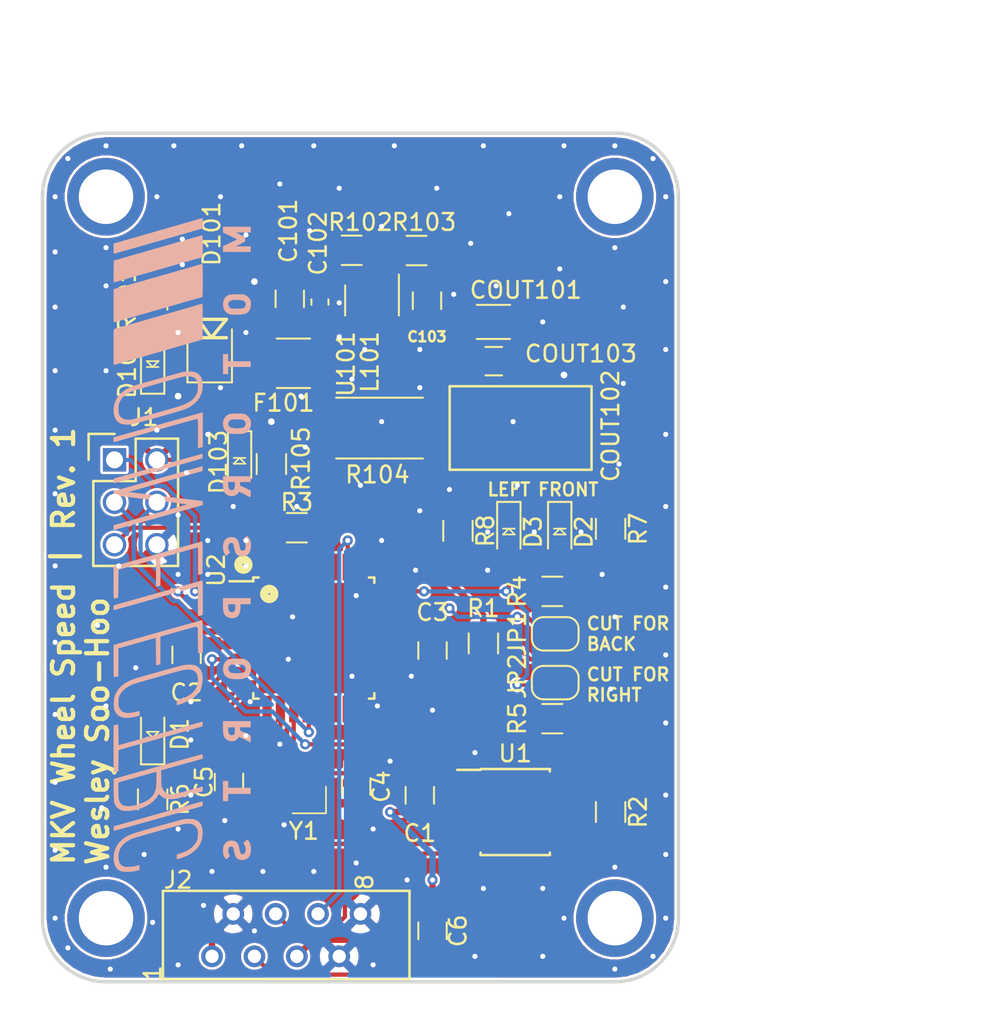
<source format=kicad_pcb>
(kicad_pcb (version 20171130) (host pcbnew "(5.0.2)-1")
  (layers (0 F.Cu signal) (31 B.Cu signal) (34 B.Paste user) (35 F.Paste user) (36 B.SilkS user hide) (37 F.SilkS user) (38 B.Mask user) (39 F.Mask user) (44 Edge.Cuts user))
  (net 0 "")
  (net 1 GND)
  (net 2 /12V)
  (net 3 VCC)
  (net 4 "Net-(C101-Pad1)")
  (net 5 "Net-(C103-Pad2)")
  (net 6 "Net-(C103-Pad1)")
  (net 7 "Net-(COUT101-Pad1)")
  (net 8 "Net-(D102-Pad2)")
  (net 9 "Net-(D103-Pad2)")
  (net 10 "Net-(R102-Pad1)")
  (net 11 /FRONT_SENSE)
  (net 12 /LEFT_SENSE)
  (net 13 "Net-(C3-Pad1)")
  (net 14 "Net-(C4-Pad1)")
  (net 15 "Net-(C5-Pad1)")
  (net 16 /MISO)
  (net 17 /SCK)
  (net 18 /MOSI)
  (net 19 /RESET)
  (net 20 /SENSE_IN)
  (net 21 /CAN_LO)
  (net 22 /CAN_HI)
  (net 23 /CAN_TX)
  (net 24 /CAN_RX)
  (net 25 "Net-(U1-Pad5)")
  (net 26 "Net-(U2-Pad3)")
  (net 27 "Net-(U2-Pad9)")
  (net 28 "Net-(U2-Pad13)")
  (net 29 "Net-(U2-Pad14)")
  (net 30 "Net-(U2-Pad15)")
  (net 31 "Net-(U2-Pad16)")
  (net 32 "Net-(U2-Pad17)")
  (net 33 "Net-(U2-Pad18)")
  (net 34 "Net-(U2-Pad21)")
  (net 35 "Net-(U2-Pad22)")
  (net 36 "Net-(U2-Pad25)")
  (net 37 "Net-(U2-Pad27)")
  (net 38 "Net-(U2-Pad28)")
  (net 39 "Net-(U2-Pad29)")
  (net 40 "Net-(U2-Pad30)")
  (net 41 "Net-(U2-Pad32)")
  (net 42 /DEBUG)
  (net 43 "Net-(D1-Pad1)")
  (net 44 "Net-(D2-Pad1)")
  (net 45 "Net-(D3-Pad1)")
  (module footprints:Mounting_Hole_4-40 (layer F.Cu) (at 135.89 123.19)
    (fp_text reference REF** hide)
    (fp_text value Mounting_Hole_4-40 hide)
    (pad 1 thru_hole circle (at 0 0) (size 4.6482 4.6482) (drill 3.2639) (layers *.Cu *.Mask))
  )
  (module footprints:Mounting_Hole_4-40 (layer F.Cu) (at 105.41 123.19)
    (fp_text reference REF** hide)
    (fp_text value Mounting_Hole_4-40 hide)
    (pad 1 thru_hole circle (at 0 0) (size 4.6482 4.6482) (drill 3.2639) (layers *.Cu *.Mask))
  )
  (module footprints:Mounting_Hole_4-40 (layer F.Cu) (at 105.41 80.01)
    (fp_text reference REF** hide)
    (fp_text value Mounting_Hole_4-40 hide)
    (pad 1 thru_hole circle (at 0 0) (size 4.6482 4.6482) (drill 3.2639) (layers *.Cu *.Mask))
  )
  (module footprints:Mounting_Hole_4-40 (layer F.Cu) (at 135.89 80.01)
    (fp_text reference REF** hide)
    (fp_text value Mounting_Hole_4-40 hide)
    (pad 1 thru_hole circle (at 0 0) (size 4.6482 4.6482) (drill 3.2639) (layers *.Cu *.Mask))
  )
  (module footprints:Logo_Large (layer B.Cu) (at 109.982 100.838 270)
    (fp_text reference G*** hide)
    (fp_text value LOGO hide)
  )
  (module footprints:Fuse_1812 (layer F.Cu) (at 127.4953 93.853)
    (fp_text reference COUT102 (at 8.1407 -0.127 90) (layer F.SilkS))
    (fp_text value C_33uF hide)
    (pad 1 smd rect (at 0 0) (size 1.78 3.5) (layers F.Cu F.Paste F.Mask) (net 7 "Net-(COUT101-Pad1)"))
    (pad 2 smd rect (at 5.28 0) (size 1.78 3.5) (layers F.Cu F.Paste F.Mask) (net 1 GND))
  )
  (module footprints:C_0805_OEM (layer F.Cu) (at 124.6378 86.233 270)
    (fp_text reference C103 (at 2.159 0.0032) (layer F.SilkS) (effects (font (size 0.6 0.6))))
    (fp_text value C_0.1uF hide)
    (pad 2 smd rect (at 1 0 270) (size 1 1.25) (layers F.Cu F.Paste F.Mask) (net 5 "Net-(C103-Pad2)"))
    (pad 1 smd rect (at -1 0 270) (size 1 1.25) (layers F.Cu F.Paste F.Mask) (net 6 "Net-(C103-Pad1)"))
  )
  (module footprints:Fuse_1210 (layer F.Cu) (at 116.6368 89.9795 180)
    (fp_text reference F101 (at 0.5958 -2.3725 180) (layer F.SilkS))
    (fp_text value F_500mA_16V hide)
    (pad 2 smd rect (at 1.45 0 180) (size 0.9 2.5) (layers F.Cu F.Paste F.Mask) (net 2 /12V))
    (pad 1 smd rect (at -1.45 0 180) (size 0.9 2.5) (layers F.Cu F.Paste F.Mask) (net 4 "Net-(C101-Pad1)"))
  )
  (module footprints:L_100uH (layer F.Cu) (at 124.1427 89.91854)
    (fp_text reference L101 (at -2.9267 -0.01654 270) (layer F.SilkS))
    (fp_text value L_100uH hide)
    (pad 1 smd rect (at -1.6 0) (size 1.2 2) (layers F.Cu F.Paste F.Mask) (net 5 "Net-(C103-Pad2)"))
    (pad 2 smd rect (at 1.6 0) (size 1.2 2) (layers F.Cu F.Paste F.Mask) (net 7 "Net-(COUT101-Pad1)"))
  )
  (module footprints:R_0805_OEM (layer F.Cu) (at 124.01042 83.23072 180)
    (fp_text reference R103 (at -0.44958 1.69672) (layer F.SilkS))
    (fp_text value R_100K hide)
    (pad 1 smd rect (at -0.95 0 180) (size 0.7 1.3) (layers F.Cu F.Paste F.Mask) (net 7 "Net-(COUT101-Pad1)"))
    (pad 2 smd rect (at 0.95 0 180) (size 0.7 1.3) (layers F.Cu F.Paste F.Mask) (net 10 "Net-(R102-Pad1)"))
  )
  (module footprints:R_0805_OEM (layer F.Cu) (at 120.12422 83.21548 180)
    (fp_text reference R102 (at -0.52578 1.68148) (layer F.SilkS))
    (fp_text value R_25K hide)
    (pad 2 smd rect (at 0.95 0 180) (size 0.7 1.3) (layers F.Cu F.Paste F.Mask) (net 1 GND))
    (pad 1 smd rect (at -0.95 0 180) (size 0.7 1.3) (layers F.Cu F.Paste F.Mask) (net 10 "Net-(R102-Pad1)"))
  )
  (module footprints:R_0805_OEM (layer F.Cu) (at 115.316 96.012 270)
    (fp_text reference R105 (at -0.32 -1.778 90) (layer F.SilkS))
    (fp_text value R_200 hide)
    (pad 1 smd rect (at -0.95 0 270) (size 0.7 1.3) (layers F.Cu F.Paste F.Mask) (net 3 VCC))
    (pad 2 smd rect (at 0.95 0 270) (size 0.7 1.3) (layers F.Cu F.Paste F.Mask) (net 9 "Net-(D103-Pad2)"))
  )
  (module footprints:R_2512_OEM (layer F.Cu) (at 121.7942 93.85808 180)
    (fp_text reference R104 (at 0.1282 -2.78892 180) (layer F.SilkS))
    (fp_text value R_0_2512 hide)
    (pad 1 smd rect (at -3.1 0 180) (size 1 3.2) (layers F.Cu F.Paste F.Mask) (net 7 "Net-(COUT101-Pad1)"))
    (pad 2 smd rect (at 3.1 0 180) (size 1 3.2) (layers F.Cu F.Paste F.Mask) (net 3 VCC))
  )
  (module footprints:SOT-23-6_OEM (layer F.Cu) (at 121.3436 86.2178 270)
    (fp_text reference U101 (at 3.8092 1.5526 270) (layer F.SilkS))
    (fp_text value TPS560430YF hide)
    (pad 1 smd rect (at -1.1 -0.95 270) (size 1.06 0.65) (layers F.Cu F.Paste F.Mask) (net 6 "Net-(C103-Pad1)"))
    (pad 2 smd rect (at -1.1 0 270) (size 1.06 0.65) (layers F.Cu F.Paste F.Mask) (net 1 GND))
    (pad 3 smd rect (at -1.1 0.95 270) (size 1.06 0.65) (layers F.Cu F.Paste F.Mask) (net 10 "Net-(R102-Pad1)"))
    (pad 4 smd rect (at 1.1 0.95 270) (size 1.06 0.65) (layers F.Cu F.Paste F.Mask) (net 4 "Net-(C101-Pad1)"))
    (pad 6 smd rect (at 1.1 -0.95 270) (size 1.06 0.65) (layers F.Cu F.Paste F.Mask) (net 5 "Net-(C103-Pad2)"))
    (pad 5 smd rect (at 1.1 0 270) (size 1.06 0.65) (layers F.Cu F.Paste F.Mask) (net 4 "Net-(C101-Pad1)"))
  )
  (module footprints:C_1206_OEM (layer F.Cu) (at 128.6143 87.503)
    (fp_text reference COUT101 (at 1.9417 -1.905) (layer F.SilkS))
    (fp_text value C_22uF hide)
    (pad 1 smd rect (at -1.5 0) (size 1 1.6) (layers F.Cu F.Paste F.Mask) (net 7 "Net-(COUT101-Pad1)"))
    (pad 2 smd rect (at 1.5 0) (size 1 1.6) (layers F.Cu F.Paste F.Mask) (net 1 GND))
  )
  (module footprints:C_0805_OEM (layer F.Cu) (at 128.6383 89.8525)
    (fp_text reference COUT103 (at 5.2197 -0.4445) (layer F.SilkS))
    (fp_text value C_47uF hide)
    (pad 1 smd rect (at -1 0) (size 1 1.25) (layers F.Cu F.Paste F.Mask) (net 7 "Net-(COUT101-Pad1)"))
    (pad 2 smd rect (at 1 0) (size 1 1.25) (layers F.Cu F.Paste F.Mask) (net 1 GND))
  )
  (module footprints:DO-214AA (layer F.Cu) (at 111.6203 87.9475 90)
    (fp_text reference D101 (at 5.7205 0.1207 270) (layer F.SilkS))
    (fp_text value D_Zener_18V hide)
    (pad 2 smd rect (at 2.032 0 270) (size 1.778 2.159) (layers F.Cu F.Paste F.Mask) (net 1 GND))
    (pad 1 smd rect (at -2.032 0 270) (size 1.778 2.159) (layers F.Cu F.Paste F.Mask) (net 2 /12V))
  )
  (module footprints:LED_0805_OEM (layer F.Cu) (at 113.411 95.842 270)
    (fp_text reference D103 (at 0.05 1.27 90) (layer F.SilkS))
    (fp_text value LED_0805 hide)
    (pad 2 smd rect (at 1.1 0 90) (size 1.2 1.2) (layers F.Cu F.Paste F.Mask) (net 9 "Net-(D103-Pad2)"))
    (pad 1 smd rect (at -1.1 0 90) (size 1.2 1.2) (layers F.Cu F.Paste F.Mask) (net 1 GND))
  )
  (module footprints:LED_0805_OEM (layer F.Cu) (at 108.204 90 90)
    (fp_text reference D102 (at -0.17 -1.524 90) (layer F.SilkS))
    (fp_text value LED_0805 hide)
    (pad 2 smd rect (at 1.1 0 270) (size 1.2 1.2) (layers F.Cu F.Paste F.Mask) (net 8 "Net-(D102-Pad2)"))
    (pad 1 smd rect (at -1.1 0 270) (size 1.2 1.2) (layers F.Cu F.Paste F.Mask) (net 1 GND))
  )
  (module footprints:R_0805_OEM (layer F.Cu) (at 108.204 86.172 270)
    (fp_text reference R101 (at 0 1.524 90) (layer F.SilkS))
    (fp_text value R_200 hide)
    (pad 1 smd rect (at -0.95 0 270) (size 0.7 1.3) (layers F.Cu F.Paste F.Mask) (net 4 "Net-(C101-Pad1)"))
    (pad 2 smd rect (at 0.95 0 270) (size 0.7 1.3) (layers F.Cu F.Paste F.Mask) (net 8 "Net-(D102-Pad2)"))
  )
  (module footprints:C_0805_OEM (layer F.Cu) (at 116.41836 86.122 90)
    (fp_text reference C101 (at 4.064 -0.08636 90) (layer F.SilkS))
    (fp_text value C_0.1uF hide)
    (pad 2 smd rect (at 1 0 90) (size 1 1.25) (layers F.Cu F.Paste F.Mask) (net 1 GND))
    (pad 1 smd rect (at -1 0 90) (size 1 1.25) (layers F.Cu F.Paste F.Mask) (net 4 "Net-(C101-Pad1)"))
  )
  (module footprints:C_0603_1608Metric (layer F.Cu) (at 118.2243 86.3125 90)
    (fp_text reference C102 (at 3.5085 -0.1143 90) (layer F.SilkS))
    (fp_text value C_2.2uF)
    (pad 1 smd roundrect (at -0.7875 0 90) (size 0.875 0.95) (layers F.Cu F.Paste F.Mask) (net 4 "Net-(C101-Pad1)"))
    (pad 2 smd roundrect (at 0.7875 0 90) (size 0.875 0.95) (layers F.Cu F.Paste F.Mask) (net 1 GND))
  )
  (module footprints:C_0805_OEM (layer F.Cu) (at 124.206 115.84 90)
    (fp_text reference C1 (at -2.27 0 180) (layer F.SilkS))
    (fp_text value C_0.1uF hide)
    (pad 1 smd rect (at -1 0 90) (size 1 1.25) (layers F.Cu F.Paste F.Mask) (net 3 VCC))
    (pad 2 smd rect (at 1 0 90) (size 1 1.25) (layers F.Cu F.Paste F.Mask) (net 1 GND))
  )
  (module footprints:C_0805_OEM (layer F.Cu) (at 110.236 107.426 270)
    (fp_text reference C2 (at 2.27 0) (layer F.SilkS))
    (fp_text value C_0.1uF hide)
    (pad 2 smd rect (at 1 0 270) (size 1 1.25) (layers F.Cu F.Paste F.Mask) (net 1 GND))
    (pad 1 smd rect (at -1 0 270) (size 1 1.25) (layers F.Cu F.Paste F.Mask) (net 3 VCC))
  )
  (module footprints:C_0805_OEM (layer F.Cu) (at 124.968 107.172 90)
    (fp_text reference C3 (at 2.286 0 180) (layer F.SilkS))
    (fp_text value C_100pF hide)
    (pad 1 smd rect (at -1 0 90) (size 1 1.25) (layers F.Cu F.Paste F.Mask) (net 13 "Net-(C3-Pad1)"))
    (pad 2 smd rect (at 1 0 90) (size 1 1.25) (layers F.Cu F.Paste F.Mask) (net 1 GND))
  )
  (module footprints:C_0805_OEM (layer F.Cu) (at 120.396 115.316 270)
    (fp_text reference C4 (at 0 -1.5 270) (layer F.SilkS))
    (fp_text value C_30pF hide)
    (pad 1 smd rect (at -1 0 270) (size 1 1.25) (layers F.Cu F.Paste F.Mask) (net 14 "Net-(C4-Pad1)"))
    (pad 2 smd rect (at 1 0 270) (size 1 1.25) (layers F.Cu F.Paste F.Mask) (net 1 GND))
  )
  (module footprints:C_0805_OEM (layer F.Cu) (at 112.776 115.046 90)
    (fp_text reference C5 (at 0 -1.5 90) (layer F.SilkS))
    (fp_text value C_30pF hide)
    (pad 2 smd rect (at 1 0 90) (size 1 1.25) (layers F.Cu F.Paste F.Mask) (net 1 GND))
    (pad 1 smd rect (at -1 0 90) (size 1 1.25) (layers F.Cu F.Paste F.Mask) (net 15 "Net-(C5-Pad1)"))
  )
  (module footprints:Pin_Header_Straight_2x03 (layer F.Cu) (at 105.918 95.758)
    (fp_text reference J1 (at 1.778 -2.54) (layer F.SilkS))
    (fp_text value CONN_02X03 hide)
    (pad 1 thru_hole rect (at 0 0) (size 1.4 1.4) (drill 1.016) (layers *.Cu *.Mask) (net 16 /MISO))
    (pad 2 thru_hole circle (at 2.54 0) (size 1.4 1.4) (drill 1.016) (layers *.Cu *.Mask) (net 3 VCC))
    (pad 3 thru_hole circle (at 0 2.54) (size 1.4 1.4) (drill 1.016) (layers *.Cu *.Mask) (net 17 /SCK))
    (pad 4 thru_hole circle (at 2.54 2.54) (size 1.4 1.4) (drill 1.016) (layers *.Cu *.Mask) (net 18 /MOSI))
    (pad 5 thru_hole circle (at 0 5.08) (size 1.4 1.4) (drill 1.016) (layers *.Cu *.Mask) (net 19 /RESET))
    (pad 6 thru_hole circle (at 2.54 5.08) (size 1.4 1.4) (drill 1.016) (layers *.Cu *.Mask) (net 1 GND))
  )
  (module footprints:micromatch_female_ra_8 (layer F.Cu) (at 116.84 125.476 90)
    (fp_text reference J2 (at 4.572 -7.112) (layer F.SilkS))
    (fp_text value MM_F_RA_08 hide)
    (fp_text user 8 (at 4.445 4.064 270) (layer F.SilkS))
    (fp_text user 1 (at -1.016 -8.636 270) (layer F.SilkS))
    (pad 5 thru_hole circle (at 0 0 90) (size 1.3 1.3) (drill 0.8) (layers *.Cu *.Mask) (net 3 VCC))
    (pad 3 thru_hole circle (at 0 -2.54 90) (size 1.3 1.3) (drill 0.8) (layers *.Cu *.Mask) (net 22 /CAN_HI))
    (pad 1 thru_hole circle (at 0 -5.08 90) (size 1.3 1.3) (drill 0.8) (layers *.Cu *.Mask) (net 2 /12V))
    (pad 7 thru_hole circle (at 0 2.54 90) (size 1.3 1.3) (drill 0.8) (layers *.Cu *.Mask) (net 1 GND))
    (pad 2 thru_hole circle (at 2.54 -3.81 90) (size 1.3 1.3) (drill 0.8) (layers *.Cu *.Mask) (net 1 GND))
    (pad 4 thru_hole circle (at 2.54 -1.27 90) (size 1.3 1.3) (drill 0.8) (layers *.Cu *.Mask) (net 21 /CAN_LO))
    (pad 6 thru_hole circle (at 2.54 1.27 90) (size 1.3 1.3) (drill 0.8) (layers *.Cu *.Mask) (net 20 /SENSE_IN))
    (pad 8 thru_hole circle (at 2.54 3.81 90) (size 1.3 1.3) (drill 0.8) (layers *.Cu *.Mask) (net 1 GND))
  )
  (module Jumper:SolderJumper-2_P1.3mm_Bridged_RoundedPad1.0x1.5mm (layer F.Cu) (at 132.319 106.172)
    (fp_text reference JP1 (at -2.271 0 90) (layer F.SilkS))
    (fp_text value FRONT_BACK)
    (pad 1 smd custom (at -0.65 0) (size 1 0.5) (layers F.Cu F.Mask) (net 11 /FRONT_SENSE) (options (clearance outline) (anchor rect)) (primitives (gr_circle (center 0 0.25) (end 0.5 0.25) (width 0)) (gr_circle (center 0 -0.25) (end 0.5 -0.25) (width 0)) (gr_poly (pts (xy 0 -0.75) (xy 0.5 -0.75) (xy 0.5 0.75) (xy 0 0.75)) (width 0)) (gr_poly (pts (xy 0.9 -0.3) (xy 0.4 -0.3) (xy 0.4 0.3) (xy 0.9 0.3)) (width 0))))
    (pad 2 smd custom (at 0.65 0) (size 1 0.5) (layers F.Cu F.Mask) (net 3 VCC) (options (clearance outline) (anchor rect)) (primitives (gr_circle (center 0 0.25) (end 0.5 0.25) (width 0)) (gr_circle (center 0 -0.25) (end 0.5 -0.25) (width 0)) (gr_poly (pts (xy 0 -0.75) (xy -0.5 -0.75) (xy -0.5 0.75) (xy 0 0.75)) (width 0))))
  )
  (module Jumper:SolderJumper-2_P1.3mm_Bridged_RoundedPad1.0x1.5mm (layer F.Cu) (at 132.319 109.093)
    (fp_text reference JP2 (at -2.271 -0.381 90) (layer F.SilkS))
    (fp_text value LEFT_RIGHT)
    (pad 2 smd custom (at 0.65 0) (size 1 0.5) (layers F.Cu F.Mask) (net 3 VCC) (options (clearance outline) (anchor rect)) (primitives (gr_circle (center 0 0.25) (end 0.5 0.25) (width 0)) (gr_circle (center 0 -0.25) (end 0.5 -0.25) (width 0)) (gr_poly (pts (xy 0 -0.75) (xy -0.5 -0.75) (xy -0.5 0.75) (xy 0 0.75)) (width 0))))
    (pad 1 smd custom (at -0.65 0) (size 1 0.5) (layers F.Cu F.Mask) (net 12 /LEFT_SENSE) (options (clearance outline) (anchor rect)) (primitives (gr_circle (center 0 0.25) (end 0.5 0.25) (width 0)) (gr_circle (center 0 -0.25) (end 0.5 -0.25) (width 0)) (gr_poly (pts (xy 0 -0.75) (xy 0.5 -0.75) (xy 0.5 0.75) (xy 0 0.75)) (width 0)) (gr_poly (pts (xy 0.9 -0.3) (xy 0.4 -0.3) (xy 0.4 0.3) (xy 0.9 0.3)) (width 0))))
  )
  (module footprints:R_0805_OEM (layer F.Cu) (at 128.016 106.746 270)
    (fp_text reference R1 (at -2.098 0) (layer F.SilkS))
    (fp_text value R_100 hide)
    (pad 2 smd rect (at 0.95 0 270) (size 0.7 1.3) (layers F.Cu F.Paste F.Mask) (net 13 "Net-(C3-Pad1)"))
    (pad 1 smd rect (at -0.95 0 270) (size 0.7 1.3) (layers F.Cu F.Paste F.Mask) (net 3 VCC))
  )
  (module footprints:R_0805_OEM (layer F.Cu) (at 135.636 116.84 270)
    (fp_text reference R2 (at 0 -1.65 270) (layer F.SilkS))
    (fp_text value R_200 hide)
    (pad 2 smd rect (at 0.95 0 270) (size 0.7 1.3) (layers F.Cu F.Paste F.Mask) (net 21 /CAN_LO))
    (pad 1 smd rect (at -0.95 0 270) (size 0.7 1.3) (layers F.Cu F.Paste F.Mask) (net 22 /CAN_HI))
  )
  (module footprints:R_0805_OEM (layer F.Cu) (at 116.84 99.822 180)
    (fp_text reference R3 (at 0 1.524 180) (layer F.SilkS))
    (fp_text value R_10K hide)
    (pad 1 smd rect (at -0.95 0 180) (size 0.7 1.3) (layers F.Cu F.Paste F.Mask) (net 3 VCC))
    (pad 2 smd rect (at 0.95 0 180) (size 0.7 1.3) (layers F.Cu F.Paste F.Mask) (net 19 /RESET))
  )
  (module footprints:R_0805_OEM (layer F.Cu) (at 132.146 103.632)
    (fp_text reference R4 (at -2.098 0 90) (layer F.SilkS))
    (fp_text value R_10K hide)
    (pad 1 smd rect (at -0.95 0) (size 0.7 1.3) (layers F.Cu F.Paste F.Mask) (net 11 /FRONT_SENSE))
    (pad 2 smd rect (at 0.95 0) (size 0.7 1.3) (layers F.Cu F.Paste F.Mask) (net 1 GND))
  )
  (module footprints:R_0805_OEM (layer F.Cu) (at 132.146 111.252)
    (fp_text reference R5 (at -2.098 0 90) (layer F.SilkS))
    (fp_text value R_10K hide)
    (pad 1 smd rect (at -0.95 0) (size 0.7 1.3) (layers F.Cu F.Paste F.Mask) (net 12 /LEFT_SENSE))
    (pad 2 smd rect (at 0.95 0) (size 0.7 1.3) (layers F.Cu F.Paste F.Mask) (net 1 GND))
  )
  (module footprints:SOIC-8_3.9x4.9mm_Pitch1.27mm_OEM (layer F.Cu) (at 129.921 116.84)
    (fp_text reference U1 (at 0 -3.5) (layer F.SilkS))
    (fp_text value MCP2561-E_SN hide)
    (pad 1 smd rect (at -2.7 -1.905) (size 1.55 0.6) (layers F.Cu F.Paste F.Mask) (net 23 /CAN_TX))
    (pad 2 smd rect (at -2.7 -0.635) (size 1.55 0.6) (layers F.Cu F.Paste F.Mask) (net 1 GND))
    (pad 3 smd rect (at -2.7 0.635) (size 1.55 0.6) (layers F.Cu F.Paste F.Mask) (net 3 VCC))
    (pad 4 smd rect (at -2.7 1.905) (size 1.55 0.6) (layers F.Cu F.Paste F.Mask) (net 24 /CAN_RX))
    (pad 5 smd rect (at 2.7 1.905) (size 1.55 0.6) (layers F.Cu F.Paste F.Mask) (net 25 "Net-(U1-Pad5)"))
    (pad 6 smd rect (at 2.7 0.635) (size 1.55 0.6) (layers F.Cu F.Paste F.Mask) (net 21 /CAN_LO))
    (pad 7 smd rect (at 2.7 -0.635) (size 1.55 0.6) (layers F.Cu F.Paste F.Mask) (net 22 /CAN_HI))
    (pad 8 smd rect (at 2.7 -1.905) (size 1.55 0.6) (layers F.Cu F.Paste F.Mask) (net 1 GND))
  )
  (module footprints:TQFP-32_7x7mm_Pitch0.8mm (layer F.Cu) (at 117.856 106.426)
    (fp_text reference U2 (at -5.842 -4.064 90) (layer F.SilkS))
    (fp_text value ATMEGA16M1 hide)
    (pad 1 smd rect (at -4.25 -2.8) (size 1.6 0.55) (layers F.Cu F.Paste F.Mask) (net 16 /MISO))
    (pad 2 smd rect (at -4.25 -2) (size 1.6 0.55) (layers F.Cu F.Paste F.Mask) (net 18 /MOSI))
    (pad 3 smd rect (at -4.25 -1.2) (size 1.6 0.55) (layers F.Cu F.Paste F.Mask) (net 26 "Net-(U2-Pad3)"))
    (pad 4 smd rect (at -4.25 -0.4) (size 1.6 0.55) (layers F.Cu F.Paste F.Mask) (net 3 VCC))
    (pad 5 smd rect (at -4.25 0.4) (size 1.6 0.55) (layers F.Cu F.Paste F.Mask) (net 1 GND))
    (pad 6 smd rect (at -4.25 1.2) (size 1.6 0.55) (layers F.Cu F.Paste F.Mask) (net 23 /CAN_TX))
    (pad 7 smd rect (at -4.25 2) (size 1.6 0.55) (layers F.Cu F.Paste F.Mask) (net 24 /CAN_RX))
    (pad 8 smd rect (at -4.25 2.8) (size 1.6 0.55) (layers F.Cu F.Paste F.Mask) (net 42 /DEBUG))
    (pad 9 smd rect (at -2.8 4.25 90) (size 1.6 0.55) (layers F.Cu F.Paste F.Mask) (net 27 "Net-(U2-Pad9)"))
    (pad 10 smd rect (at -2 4.25 90) (size 1.6 0.55) (layers F.Cu F.Paste F.Mask) (net 15 "Net-(C5-Pad1)"))
    (pad 11 smd rect (at -1.2 4.25 90) (size 1.6 0.55) (layers F.Cu F.Paste F.Mask) (net 14 "Net-(C4-Pad1)"))
    (pad 12 smd rect (at -0.4 4.25 90) (size 1.6 0.55) (layers F.Cu F.Paste F.Mask) (net 17 /SCK))
    (pad 13 smd rect (at 0.4 4.25 90) (size 1.6 0.55) (layers F.Cu F.Paste F.Mask) (net 28 "Net-(U2-Pad13)"))
    (pad 14 smd rect (at 1.2 4.25 90) (size 1.6 0.55) (layers F.Cu F.Paste F.Mask) (net 29 "Net-(U2-Pad14)"))
    (pad 15 smd rect (at 2 4.25 90) (size 1.6 0.55) (layers F.Cu F.Paste F.Mask) (net 30 "Net-(U2-Pad15)"))
    (pad 16 smd rect (at 2.8 4.25 90) (size 1.6 0.55) (layers F.Cu F.Paste F.Mask) (net 31 "Net-(U2-Pad16)"))
    (pad 17 smd rect (at 4.25 2.8) (size 1.6 0.55) (layers F.Cu F.Paste F.Mask) (net 32 "Net-(U2-Pad17)"))
    (pad 18 smd rect (at 4.25 2) (size 1.6 0.55) (layers F.Cu F.Paste F.Mask) (net 33 "Net-(U2-Pad18)"))
    (pad 19 smd rect (at 4.25 1.2) (size 1.6 0.55) (layers F.Cu F.Paste F.Mask) (net 13 "Net-(C3-Pad1)"))
    (pad 20 smd rect (at 4.25 0.4) (size 1.6 0.55) (layers F.Cu F.Paste F.Mask) (net 1 GND))
    (pad 21 smd rect (at 4.25 -0.4) (size 1.6 0.55) (layers F.Cu F.Paste F.Mask) (net 34 "Net-(U2-Pad21)"))
    (pad 22 smd rect (at 4.25 -1.2) (size 1.6 0.55) (layers F.Cu F.Paste F.Mask) (net 35 "Net-(U2-Pad22)"))
    (pad 23 smd rect (at 4.25 -2) (size 1.6 0.55) (layers F.Cu F.Paste F.Mask) (net 11 /FRONT_SENSE))
    (pad 24 smd rect (at 4.25 -2.8) (size 1.6 0.55) (layers F.Cu F.Paste F.Mask) (net 12 /LEFT_SENSE))
    (pad 25 smd rect (at 2.8 -4.25 90) (size 1.6 0.55) (layers F.Cu F.Paste F.Mask) (net 36 "Net-(U2-Pad25)"))
    (pad 26 smd rect (at 2 -4.25 90) (size 1.6 0.55) (layers F.Cu F.Paste F.Mask) (net 20 /SENSE_IN))
    (pad 27 smd rect (at 1.2 -4.25 90) (size 1.6 0.55) (layers F.Cu F.Paste F.Mask) (net 37 "Net-(U2-Pad27)"))
    (pad 28 smd rect (at 0.4 -4.25 90) (size 1.6 0.55) (layers F.Cu F.Paste F.Mask) (net 38 "Net-(U2-Pad28)"))
    (pad 29 smd rect (at -0.4 -4.25 90) (size 1.6 0.55) (layers F.Cu F.Paste F.Mask) (net 39 "Net-(U2-Pad29)"))
    (pad 30 smd rect (at -1.2 -4.25 90) (size 1.6 0.55) (layers F.Cu F.Paste F.Mask) (net 40 "Net-(U2-Pad30)"))
    (pad 31 smd rect (at -2 -4.25 90) (size 1.6 0.55) (layers F.Cu F.Paste F.Mask) (net 19 /RESET))
    (pad 32 smd rect (at -2.8 -4.25 90) (size 1.6 0.55) (layers F.Cu F.Paste F.Mask) (net 41 "Net-(U2-Pad32)"))
  )
  (module footprints:Crystal_SMD_FA238 (layer F.Cu) (at 116.586 115.316 180)
    (fp_text reference Y1 (at -0.67564 -2.66192 180) (layer F.SilkS))
    (fp_text value Crystal_SMD hide)
    (pad 1 smd rect (at -1.1 0.8 180) (size 1.4 1.2) (layers F.Cu F.Mask) (net 14 "Net-(C4-Pad1)"))
    (pad 2 smd rect (at 1.1 0.8 180) (size 1.4 1.2) (layers F.Cu F.Mask) (net 1 GND))
    (pad 3 smd rect (at 1.1 -0.8 180) (size 1.4 1.2) (layers F.Cu F.Mask) (net 15 "Net-(C5-Pad1)"))
    (pad 4 smd rect (at -1.1 -0.8 180) (size 1.4 1.2) (layers F.Cu F.Mask) (net 1 GND))
  )
  (module footprints:LED_0805_OEM (layer F.Cu) (at 108.204 112.184 90)
    (fp_text reference D1 (at 0 1.637001 90) (layer F.SilkS))
    (fp_text value LED_0805 hide)
    (pad 2 smd rect (at 1.1 0 270) (size 1.2 1.2) (layers F.Cu F.Paste F.Mask) (net 42 /DEBUG))
    (pad 1 smd rect (at -1.1 0 270) (size 1.2 1.2) (layers F.Cu F.Paste F.Mask) (net 43 "Net-(D1-Pad1)"))
  )
  (module footprints:R_0805_OEM (layer F.Cu) (at 108.204 116.078 270)
    (fp_text reference R6 (at 0 -1.65 90) (layer F.SilkS))
    (fp_text value R_120 hide)
    (pad 1 smd rect (at -0.95 0 270) (size 0.7 1.3) (layers F.Cu F.Paste F.Mask) (net 43 "Net-(D1-Pad1)"))
    (pad 2 smd rect (at 0.95 0 270) (size 0.7 1.3) (layers F.Cu F.Paste F.Mask) (net 1 GND))
  )
  (module footprints:LED_0805_OEM (layer F.Cu) (at 132.588 100.076 270)
    (fp_text reference D2 (at 0 -1.45 90) (layer F.SilkS))
    (fp_text value LED_0805 hide)
    (pad 2 smd rect (at 1.1 0 90) (size 1.2 1.2) (layers F.Cu F.Paste F.Mask) (net 11 /FRONT_SENSE))
    (pad 1 smd rect (at -1.1 0 90) (size 1.2 1.2) (layers F.Cu F.Paste F.Mask) (net 44 "Net-(D2-Pad1)"))
  )
  (module footprints:LED_0805_OEM (layer F.Cu) (at 129.54 100.076 270)
    (fp_text reference D3 (at 0 -1.45 90) (layer F.SilkS))
    (fp_text value LED_0805 hide)
    (pad 1 smd rect (at -1.1 0 90) (size 1.2 1.2) (layers F.Cu F.Paste F.Mask) (net 45 "Net-(D3-Pad1)"))
    (pad 2 smd rect (at 1.1 0 90) (size 1.2 1.2) (layers F.Cu F.Paste F.Mask) (net 12 /LEFT_SENSE))
  )
  (module footprints:R_0805_OEM (layer F.Cu) (at 135.636 99.888 270)
    (fp_text reference R7 (at 0 -1.65 90) (layer F.SilkS))
    (fp_text value R_120 hide)
    (pad 2 smd rect (at 0.95 0 270) (size 0.7 1.3) (layers F.Cu F.Paste F.Mask) (net 1 GND))
    (pad 1 smd rect (at -0.95 0 270) (size 0.7 1.3) (layers F.Cu F.Paste F.Mask) (net 44 "Net-(D2-Pad1)"))
  )
  (module footprints:R_0805_OEM (layer F.Cu) (at 126.492 100.01 270)
    (fp_text reference R8 (at 0 -1.65 90) (layer F.SilkS))
    (fp_text value R_120 hide)
    (pad 1 smd rect (at -0.95 0 270) (size 0.7 1.3) (layers F.Cu F.Paste F.Mask) (net 45 "Net-(D3-Pad1)"))
    (pad 2 smd rect (at 0.95 0 270) (size 0.7 1.3) (layers F.Cu F.Paste F.Mask) (net 1 GND))
  )
  (module footprints:C_0805_OEM (layer F.Cu) (at 124.968 123.952 90)
    (fp_text reference C6 (at 0 1.524 90) (layer F.SilkS))
    (fp_text value C_0.1uF hide)
    (pad 2 smd rect (at 1 0 90) (size 1 1.25) (layers F.Cu F.Paste F.Mask) (net 3 VCC))
    (pad 1 smd rect (at -1 0 90) (size 1 1.25) (layers F.Cu F.Paste F.Mask) (net 1 GND))
  )
  (gr_arc (start 105.41 123.19) (end 101.6 123.19) (angle -90) (layer Edge.Cuts) (width 0.2))
  (gr_arc (start 135.89 123.19) (end 135.89 127) (angle -90) (layer Edge.Cuts) (width 0.2))
  (gr_arc (start 135.89 80.01) (end 139.7 80.01) (angle -90) (layer Edge.Cuts) (width 0.2))
  (gr_arc (start 105.41 80.01) (end 105.41 76.2) (angle -90) (layer Edge.Cuts) (width 0.2))
  (gr_text LEFT (at 129.54 97.536) (layer F.SilkS) (effects (font (size 0.762 0.762) (thickness 0.1524))))
  (gr_text FRONT (at 133.096 97.536) (layer F.SilkS) (effects (font (size 0.762 0.762) (thickness 0.1524))))
  (gr_text "CUT FOR \nRIGHT" (at 134.112 109.22) (layer F.SilkS) (effects (font (size 0.762 0.762) (thickness 0.1524)) (justify left)))
  (gr_text "CUT FOR \nBACK" (at 134.112 106.172) (layer F.SilkS) (effects (font (size 0.762 0.762) (thickness 0.1524)) (justify left)))
  (gr_text "MKV Wheel Speed | Rev. 1\nWesley Soo-Hoo" (at 103.886 120.142 90) (layer F.SilkS) (effects (font (size 1.27 1.27) (thickness 0.254)) (justify left)))
  (gr_line (start 101.6 80.01) (end 101.6 123.19) (layer Edge.Cuts) (width 0.2))
  (gr_line (start 105.41 127) (end 135.89 127) (layer Edge.Cuts) (width 0.2))
  (gr_line (start 139.7 80.01) (end 139.7 123.19) (layer Edge.Cuts) (width 0.2))
  (gr_line (start 105.41 76.2) (end 135.89 76.2) (layer Edge.Cuts) (width 0.2))
  (via (at 132.842 90.678) (size 0.8) (drill 0.4) (layers F.Cu B.Cu) (net 1))
  (via (at 109.728 91.948) (size 0.8) (drill 0.4) (layers F.Cu B.Cu) (net 1))
  (via (at 114.3 85.09) (size 0.8) (drill 0.4) (layers F.Cu B.Cu) (net 1))
  (segment (start 110.86592 85.16112) (end 111.6203 85.9155) (width 0.381) (layer F.Cu) (net 1))
  (via (at 115.316 93.472) (size 0.8) (drill 0.4) (layers F.Cu B.Cu) (net 1))
  (segment (start 111.4298 85.9155) (end 111.6203 85.9155) (width 0.1524) (layer F.Cu) (net 1))
  (segment (start 117.92112 85.61568) (end 118.2243 85.3125) (width 0.254) (layer F.Cu) (net 1))
  (segment (start 116.41836 85.61568) (end 117.92112 85.61568) (width 0.254) (layer F.Cu) (net 1))
  (segment (start 118.3493 85.3125) (end 118.2243 85.3125) (width 0.254) (layer F.Cu) (net 1))
  (segment (start 119.17422 84.48758) (end 118.3493 85.3125) (width 0.254) (layer F.Cu) (net 1))
  (segment (start 119.17422 83.21548) (end 119.17422 84.48758) (width 0.254) (layer F.Cu) (net 1))
  (segment (start 130.1143 89.3765) (end 129.6383 89.8525) (width 0.254) (layer F.Cu) (net 1))
  (segment (start 130.1143 87.503) (end 130.1143 89.3765) (width 0.254) (layer F.Cu) (net 1))
  (segment (start 132.7753 93.1145) (end 132.7753 93.853) (width 0.254) (layer F.Cu) (net 1))
  (segment (start 129.6383 89.9775) (end 132.7753 93.1145) (width 0.254) (layer F.Cu) (net 1))
  (segment (start 129.6383 89.8525) (end 129.6383 89.9775) (width 0.254) (layer F.Cu) (net 1))
  (segment (start 121.3436 85.9018) (end 121.3436 85.1178) (width 0.254) (layer F.Cu) (net 1))
  (segment (start 121.318199 85.927201) (end 121.3436 85.9018) (width 0.254) (layer F.Cu) (net 1))
  (segment (start 119.718001 85.927201) (end 121.318199 85.927201) (width 0.254) (layer F.Cu) (net 1))
  (segment (start 119.1033 85.3125) (end 119.718001 85.927201) (width 0.254) (layer F.Cu) (net 1))
  (segment (start 118.2243 85.3125) (end 119.1033 85.3125) (width 0.254) (layer F.Cu) (net 1))
  (segment (start 113.411 93.888) (end 113.411 94.742) (width 0.254) (layer F.Cu) (net 1))
  (segment (start 113.827 93.472) (end 113.411 93.888) (width 0.254) (layer F.Cu) (net 1))
  (segment (start 115.316 93.472) (end 113.827 93.472) (width 0.254) (layer F.Cu) (net 1))
  (segment (start 113.4745 85.9155) (end 114.3 85.09) (width 0.254) (layer F.Cu) (net 1))
  (segment (start 111.6203 85.9155) (end 113.4745 85.9155) (width 0.254) (layer F.Cu) (net 1))
  (segment (start 108.88 91.1) (end 109.728 91.948) (width 0.254) (layer F.Cu) (net 1))
  (segment (start 108.204 91.1) (end 108.88 91.1) (width 0.254) (layer F.Cu) (net 1))
  (segment (start 132.842 93.7863) (end 132.7753 93.853) (width 0.254) (layer F.Cu) (net 1))
  (segment (start 132.842 90.678) (end 132.842 93.7863) (width 0.254) (layer F.Cu) (net 1))
  (segment (start 116.38636 85.09) (end 116.41836 85.122) (width 0.381) (layer F.Cu) (net 1))
  (segment (start 114.3 85.09) (end 116.38636 85.09) (width 0.381) (layer F.Cu) (net 1))
  (via (at 131.572 87.503) (size 0.6096) (drill 0.3048) (layers F.Cu B.Cu) (net 1))
  (segment (start 130.1143 87.503) (end 131.572 87.503) (width 0.381) (layer F.Cu) (net 1))
  (segment (start 126.746 116.205) (end 127.221 116.205) (width 0.254) (layer F.Cu) (net 1))
  (segment (start 125.381 114.84) (end 126.746 116.205) (width 0.254) (layer F.Cu) (net 1))
  (segment (start 124.206 114.84) (end 125.381 114.84) (width 0.254) (layer F.Cu) (net 1))
  (segment (start 124.314 106.826) (end 124.968 106.172) (width 0.254) (layer F.Cu) (net 1))
  (segment (start 122.106 106.826) (end 124.314 106.826) (width 0.254) (layer F.Cu) (net 1))
  (via (at 109.728 99.06) (size 0.6096) (drill 0.3048) (layers F.Cu B.Cu) (net 1))
  (via (at 110.236 96.52) (size 0.6096) (drill 0.3048) (layers F.Cu B.Cu) (net 1))
  (via (at 115.824 112.776) (size 0.6096) (drill 0.3048) (layers F.Cu B.Cu) (net 1))
  (via (at 113.792 102.108) (size 0.6096) (drill 0.3048) (layers F.Cu B.Cu) (net 1))
  (via (at 113.792 100.584) (size 0.6096) (drill 0.3048) (layers F.Cu B.Cu) (net 1))
  (via (at 106.172 102.108) (size 0.6096) (drill 0.3048) (layers F.Cu B.Cu) (net 1))
  (via (at 109.728 102.616) (size 0.6096) (drill 0.3048) (layers F.Cu B.Cu) (net 1))
  (via (at 111.506 100.584) (size 0.6096) (drill 0.3048) (layers F.Cu B.Cu) (net 1))
  (via (at 111.506 102.616) (size 0.6096) (drill 0.3048) (layers F.Cu B.Cu) (net 1))
  (via (at 114.046 110.236) (size 0.6096) (drill 0.3048) (layers F.Cu B.Cu) (net 1))
  (via (at 113.792 112.268) (size 0.6096) (drill 0.3048) (layers F.Cu B.Cu) (net 1))
  (via (at 112.522 117.348) (size 0.6096) (drill 0.3048) (layers F.Cu B.Cu) (net 1))
  (via (at 116.078 117.602) (size 0.6096) (drill 0.3048) (layers F.Cu B.Cu) (net 1))
  (via (at 121.666 110.49) (size 0.6096) (drill 0.3048) (layers F.Cu B.Cu) (net 1))
  (via (at 123.698 108.712) (size 0.6096) (drill 0.3048) (layers F.Cu B.Cu) (net 1))
  (via (at 120.142 108.712) (size 0.6096) (drill 0.3048) (layers F.Cu B.Cu) (net 1))
  (via (at 120.396 103.886) (size 0.6096) (drill 0.3048) (layers F.Cu B.Cu) (net 1))
  (via (at 116.586 105.156) (size 0.6096) (drill 0.3048) (layers F.Cu B.Cu) (net 1))
  (via (at 116.332 107.696) (size 0.6096) (drill 0.3048) (layers F.Cu B.Cu) (net 1))
  (via (at 116.84 98.552) (size 0.6096) (drill 0.3048) (layers F.Cu B.Cu) (net 1))
  (via (at 113.03 98.552) (size 0.6096) (drill 0.3048) (layers F.Cu B.Cu) (net 1))
  (via (at 117.348 94.996) (size 0.6096) (drill 0.3048) (layers F.Cu B.Cu) (net 1))
  (via (at 111.506 94.234) (size 0.6096) (drill 0.3048) (layers F.Cu B.Cu) (net 1))
  (via (at 108.458 93.98) (size 0.6096) (drill 0.3048) (layers F.Cu B.Cu) (net 1))
  (via (at 105.41 90.424) (size 0.6096) (drill 0.3048) (layers F.Cu B.Cu) (net 1))
  (via (at 105.41 85.344) (size 0.6096) (drill 0.3048) (layers F.Cu B.Cu) (net 1))
  (via (at 109.982 82.55) (size 0.6096) (drill 0.3048) (layers F.Cu B.Cu) (net 1))
  (via (at 117.602 82.042) (size 0.6096) (drill 0.3048) (layers F.Cu B.Cu) (net 1))
  (via (at 109.728 88.138) (size 0.6096) (drill 0.3048) (layers F.Cu B.Cu) (net 1))
  (via (at 113.792 88.138) (size 0.6096) (drill 0.3048) (layers F.Cu B.Cu) (net 1))
  (via (at 120.142 90.932) (size 0.6096) (drill 0.3048) (layers F.Cu B.Cu) (net 1))
  (via (at 117.094 91.948) (size 0.6096) (drill 0.3048) (layers F.Cu B.Cu) (net 1))
  (via (at 112.268 91.44) (size 0.6096) (drill 0.3048) (layers F.Cu B.Cu) (net 1))
  (via (at 119.38 88.392) (size 0.6096) (drill 0.3048) (layers F.Cu B.Cu) (net 1))
  (via (at 119.38 86.36) (size 0.6096) (drill 0.3048) (layers F.Cu B.Cu) (net 1))
  (via (at 120.904 89.154) (size 0.6096) (drill 0.3048) (layers F.Cu B.Cu) (net 1))
  (via (at 124.206 91.44) (size 0.6096) (drill 0.3048) (layers F.Cu B.Cu) (net 1))
  (via (at 124.206 89.154) (size 0.6096) (drill 0.3048) (layers F.Cu B.Cu) (net 1))
  (via (at 126.238 85.852) (size 0.6096) (drill 0.3048) (layers F.Cu B.Cu) (net 1))
  (via (at 109.982 84.074) (size 0.6096) (drill 0.3048) (layers F.Cu B.Cu) (net 1))
  (via (at 121.92 81.788) (size 0.6096) (drill 0.3048) (layers F.Cu B.Cu) (net 1))
  (via (at 127.254 82.804) (size 0.6096) (drill 0.3048) (layers F.Cu B.Cu) (net 1))
  (via (at 128.778 85.344) (size 0.6096) (drill 0.3048) (layers F.Cu B.Cu) (net 1))
  (via (at 135.89 83.058) (size 0.6096) (drill 0.3048) (layers F.Cu B.Cu) (net 1))
  (via (at 138.938 80.01) (size 0.6096) (drill 0.3048) (layers F.Cu B.Cu) (net 1))
  (via (at 135.89 76.962) (size 0.6096) (drill 0.3048) (layers F.Cu B.Cu) (net 1))
  (via (at 132.588 80.01) (size 0.6096) (drill 0.3048) (layers F.Cu B.Cu) (net 1))
  (via (at 138.176 77.724) (size 0.6096) (drill 0.3048) (layers F.Cu B.Cu) (net 1))
  (via (at 103.124 77.724) (size 0.6096) (drill 0.3048) (layers F.Cu B.Cu) (net 1))
  (via (at 102.362 80.01) (size 0.6096) (drill 0.3048) (layers F.Cu B.Cu) (net 1))
  (via (at 105.41 83.058) (size 0.6096) (drill 0.3048) (layers F.Cu B.Cu) (net 1))
  (via (at 105.41 76.962) (size 0.6096) (drill 0.3048) (layers F.Cu B.Cu) (net 1))
  (via (at 108.458 80.01) (size 0.6096) (drill 0.3048) (layers F.Cu B.Cu) (net 1))
  (via (at 138.176 125.476) (size 0.6096) (drill 0.3048) (layers F.Cu B.Cu) (net 1))
  (via (at 138.938 123.19) (size 0.6096) (drill 0.3048) (layers F.Cu B.Cu) (net 1))
  (via (at 135.89 126.238) (size 0.6096) (drill 0.3048) (layers F.Cu B.Cu) (net 1))
  (via (at 132.842 123.19) (size 0.6096) (drill 0.3048) (layers F.Cu B.Cu) (net 1))
  (via (at 135.89 120.142) (size 0.6096) (drill 0.3048) (layers F.Cu B.Cu) (net 1))
  (via (at 102.362 123.19) (size 0.6096) (drill 0.3048) (layers F.Cu B.Cu) (net 1))
  (via (at 105.664 126.238) (size 0.6096) (drill 0.3048) (layers F.Cu B.Cu) (net 1))
  (via (at 103.124 124.968) (size 0.6096) (drill 0.3048) (layers F.Cu B.Cu) (net 1))
  (via (at 108.204 123.444) (size 0.6096) (drill 0.3048) (layers F.Cu B.Cu) (net 1))
  (via (at 105.41 120.142) (size 0.6096) (drill 0.3048) (layers F.Cu B.Cu) (net 1))
  (via (at 138.938 119.38) (size 0.6096) (drill 0.3048) (layers F.Cu B.Cu) (net 1))
  (via (at 138.938 107.442) (size 0.6096) (drill 0.3048) (layers F.Cu B.Cu) (net 1))
  (via (at 138.938 103.378) (size 0.6096) (drill 0.3048) (layers F.Cu B.Cu) (net 1))
  (via (at 138.938 98.552) (size 0.6096) (drill 0.3048) (layers F.Cu B.Cu) (net 1))
  (via (at 138.938 94.234) (size 0.6096) (drill 0.3048) (layers F.Cu B.Cu) (net 1))
  (via (at 138.938 89.154) (size 0.6096) (drill 0.3048) (layers F.Cu B.Cu) (net 1))
  (via (at 138.938 85.09) (size 0.6096) (drill 0.3048) (layers F.Cu B.Cu) (net 1))
  (via (at 132.842 76.962) (size 0.6096) (drill 0.3048) (layers F.Cu B.Cu) (net 1))
  (via (at 128.016 76.962) (size 0.6096) (drill 0.3048) (layers F.Cu B.Cu) (net 1))
  (via (at 122.682 76.962) (size 0.6096) (drill 0.3048) (layers F.Cu B.Cu) (net 1))
  (via (at 117.856 76.962) (size 0.6096) (drill 0.3048) (layers F.Cu B.Cu) (net 1))
  (via (at 113.538 76.962) (size 0.6096) (drill 0.3048) (layers F.Cu B.Cu) (net 1))
  (via (at 109.474 76.962) (size 0.6096) (drill 0.3048) (layers F.Cu B.Cu) (net 1))
  (via (at 102.362 83.312) (size 0.6096) (drill 0.3048) (layers F.Cu B.Cu) (net 1))
  (via (at 102.362 86.614) (size 0.6096) (drill 0.3048) (layers F.Cu B.Cu) (net 1))
  (via (at 102.362 90.424) (size 0.6096) (drill 0.3048) (layers F.Cu B.Cu) (net 1))
  (via (at 102.362 93.98) (size 0.6096) (drill 0.3048) (layers F.Cu B.Cu) (net 1))
  (via (at 102.362 97.79) (size 0.6096) (drill 0.3048) (layers F.Cu B.Cu) (net 1))
  (via (at 102.362 102.108) (size 0.6096) (drill 0.3048) (layers F.Cu B.Cu) (net 1))
  (via (at 102.362 106.68) (size 0.6096) (drill 0.3048) (layers F.Cu B.Cu) (net 1))
  (via (at 102.362 110.998) (size 0.6096) (drill 0.3048) (layers F.Cu B.Cu) (net 1))
  (via (at 102.362 115.062) (size 0.6096) (drill 0.3048) (layers F.Cu B.Cu) (net 1))
  (via (at 102.362 119.126) (size 0.6096) (drill 0.3048) (layers F.Cu B.Cu) (net 1))
  (via (at 135.636 109.474) (size 0.6096) (drill 0.3048) (layers F.Cu B.Cu) (net 1))
  (via (at 135.89 105.156) (size 0.6096) (drill 0.3048) (layers F.Cu B.Cu) (net 1))
  (via (at 136.144 96.012) (size 0.6096) (drill 0.3048) (layers F.Cu B.Cu) (net 1))
  (via (at 136.398 91.186) (size 0.6096) (drill 0.3048) (layers F.Cu B.Cu) (net 1))
  (via (at 136.398 86.614) (size 0.6096) (drill 0.3048) (layers F.Cu B.Cu) (net 1))
  (via (at 132.588 84.328) (size 0.6096) (drill 0.3048) (layers F.Cu B.Cu) (net 1))
  (via (at 129.54 81.026) (size 0.6096) (drill 0.3048) (layers F.Cu B.Cu) (net 1))
  (via (at 125.222 79.502) (size 0.6096) (drill 0.3048) (layers F.Cu B.Cu) (net 1))
  (via (at 119.38 79.502) (size 0.6096) (drill 0.3048) (layers F.Cu B.Cu) (net 1))
  (via (at 112.268 80.01) (size 0.6096) (drill 0.3048) (layers F.Cu B.Cu) (net 1))
  (via (at 129.794 93.472) (size 0.6096) (drill 0.3048) (layers F.Cu B.Cu) (net 1))
  (via (at 121.92 93.472) (size 0.6096) (drill 0.3048) (layers F.Cu B.Cu) (net 1))
  (via (at 120.65 97.282) (size 0.6096) (drill 0.3048) (layers F.Cu B.Cu) (net 1))
  (via (at 125.984 97.536) (size 0.6096) (drill 0.3048) (layers F.Cu B.Cu) (net 1))
  (via (at 130.048 97.282) (size 0.6096) (drill 0.3048) (layers F.Cu B.Cu) (net 1))
  (via (at 104.902 105.664) (size 0.6096) (drill 0.3048) (layers F.Cu B.Cu) (net 1))
  (via (at 107.188 108.204) (size 0.6096) (drill 0.3048) (layers F.Cu B.Cu) (net 1))
  (via (at 105.41 110.49) (size 0.6096) (drill 0.3048) (layers F.Cu B.Cu) (net 1))
  (via (at 105.156 116.586) (size 0.6096) (drill 0.3048) (layers F.Cu B.Cu) (net 1))
  (via (at 110.49 112.522) (size 0.6096) (drill 0.3048) (layers F.Cu B.Cu) (net 1))
  (via (at 110.49 115.824) (size 0.6096) (drill 0.3048) (layers F.Cu B.Cu) (net 1))
  (via (at 110.49 110.236) (size 0.6096) (drill 0.3048) (layers F.Cu B.Cu) (net 1))
  (via (at 121.92 100.584) (size 0.6096) (drill 0.3048) (layers F.Cu B.Cu) (net 1))
  (via (at 123.952 102.362) (size 0.6096) (drill 0.3048) (layers F.Cu B.Cu) (net 1))
  (via (at 124.206 98.806) (size 0.6096) (drill 0.3048) (layers F.Cu B.Cu) (net 1))
  (via (at 128.27 102.362) (size 0.6096) (drill 0.3048) (layers F.Cu B.Cu) (net 1))
  (via (at 128.27 100.076) (size 0.6096) (drill 0.3048) (layers F.Cu B.Cu) (net 1))
  (via (at 131.064 100.076) (size 0.6096) (drill 0.3048) (layers F.Cu B.Cu) (net 1))
  (via (at 133.858 100.076) (size 0.6096) (drill 0.3048) (layers F.Cu B.Cu) (net 1))
  (via (at 135.128 102.616) (size 0.6096) (drill 0.3048) (layers F.Cu B.Cu) (net 1))
  (via (at 138.938 111.506) (size 0.6096) (drill 0.3048) (layers F.Cu B.Cu) (net 1))
  (via (at 138.938 115.824) (size 0.6096) (drill 0.3048) (layers F.Cu B.Cu) (net 1))
  (via (at 121.412 125.984) (size 0.6096) (drill 0.3048) (layers F.Cu B.Cu) (net 1))
  (via (at 109.728 125.984) (size 0.6096) (drill 0.3048) (layers F.Cu B.Cu) (net 1))
  (via (at 131.572 125.476) (size 0.6096) (drill 0.3048) (layers F.Cu B.Cu) (net 1))
  (via (at 127.508 125.476) (size 0.6096) (drill 0.3048) (layers F.Cu B.Cu) (net 1))
  (via (at 131.572 121.412) (size 0.6096) (drill 0.3048) (layers F.Cu B.Cu) (net 1))
  (via (at 128.016 121.412) (size 0.6096) (drill 0.3048) (layers F.Cu B.Cu) (net 1))
  (via (at 123.444 120.904) (size 0.6096) (drill 0.3048) (layers F.Cu B.Cu) (net 1))
  (via (at 117.856 120.396) (size 0.6096) (drill 0.3048) (layers F.Cu B.Cu) (net 1))
  (via (at 111.76 120.396) (size 0.6096) (drill 0.3048) (layers F.Cu B.Cu) (net 1))
  (via (at 111.252 122.428) (size 0.6096) (drill 0.3048) (layers F.Cu B.Cu) (net 1))
  (via (at 114.3 123.952) (size 0.6096) (drill 0.3048) (layers F.Cu B.Cu) (net 1))
  (via (at 120.396 119.888) (size 0.6096) (drill 0.3048) (layers F.Cu B.Cu) (net 1))
  (via (at 121.412 117.856) (size 0.6096) (drill 0.3048) (layers F.Cu B.Cu) (net 1))
  (via (at 122.428 113.792) (size 0.6096) (drill 0.3048) (layers F.Cu B.Cu) (net 1))
  (via (at 127.508 113.284) (size 0.6096) (drill 0.3048) (layers F.Cu B.Cu) (net 1))
  (via (at 124.968 110.744) (size 0.6096) (drill 0.3048) (layers F.Cu B.Cu) (net 1))
  (via (at 114.808 120.396) (size 0.6096) (drill 0.3048) (layers F.Cu B.Cu) (net 1))
  (via (at 107.696 119.38) (size 0.6096) (drill 0.3048) (layers F.Cu B.Cu) (net 1))
  (via (at 109.728 117.856) (size 0.6096) (drill 0.3048) (layers F.Cu B.Cu) (net 1))
  (via (at 113.792 82.296) (size 0.6096) (drill 0.3048) (layers F.Cu B.Cu) (net 1))
  (via (at 115.824 79.248) (size 0.6096) (drill 0.3048) (layers F.Cu B.Cu) (net 1))
  (segment (start 111.57266 90.02714) (end 111.6203 89.9795) (width 0.381) (layer F.Cu) (net 2))
  (segment (start 111.45266 90.14714) (end 111.6203 89.9795) (width 0.381) (layer F.Cu) (net 2))
  (segment (start 111.6203 89.9795) (end 115.1868 89.9795) (width 0.381) (layer F.Cu) (net 2))
  (segment (start 110.1598 89.9795) (end 111.6203 89.9795) (width 0.381) (layer F.Cu) (net 2))
  (segment (start 107.507278 89.9795) (end 110.1598 89.9795) (width 0.381) (layer F.Cu) (net 2))
  (segment (start 104.341689 93.145089) (end 107.507278 89.9795) (width 0.381) (layer F.Cu) (net 2))
  (segment (start 106.540299 104.490654) (end 104.341689 102.292044) (width 0.381) (layer F.Cu) (net 2))
  (segment (start 104.341689 102.292044) (end 104.341689 93.145089) (width 0.381) (layer F.Cu) (net 2))
  (segment (start 106.540299 119.337061) (end 106.540299 104.490654) (width 0.381) (layer F.Cu) (net 2))
  (segment (start 111.76 124.556762) (end 106.540299 119.337061) (width 0.381) (layer F.Cu) (net 2))
  (segment (start 111.76 125.476) (end 111.76 124.556762) (width 0.381) (layer F.Cu) (net 2))
  (segment (start 115.316 94.458) (end 115.316 95.062) (width 0.254) (layer F.Cu) (net 3))
  (segment (start 115.91592 93.85808) (end 115.316 94.458) (width 0.254) (layer F.Cu) (net 3))
  (segment (start 118.6942 93.85808) (end 115.91592 93.85808) (width 0.254) (layer F.Cu) (net 3))
  (segment (start 115.316 95.666) (end 115.316 95.062) (width 0.254) (layer F.Cu) (net 3))
  (segment (start 115.224 95.758) (end 115.316 95.666) (width 0.254) (layer F.Cu) (net 3))
  (segment (start 108.458 95.758) (end 115.224 95.758) (width 0.254) (layer F.Cu) (net 3))
  (segment (start 117.79 99.822) (end 117.79 96.84) (width 0.381) (layer F.Cu) (net 3))
  (segment (start 118.6942 95.9358) (end 118.6942 93.85808) (width 0.381) (layer F.Cu) (net 3))
  (segment (start 117.79 96.84) (end 118.6942 95.9358) (width 0.381) (layer F.Cu) (net 3))
  (segment (start 128.016 105.065) (end 128.016 105.796) (width 0.381) (layer F.Cu) (net 3))
  (segment (start 122.773 99.822) (end 128.016 105.065) (width 0.381) (layer F.Cu) (net 3))
  (segment (start 117.79 99.822) (end 122.773 99.822) (width 0.381) (layer F.Cu) (net 3))
  (segment (start 128.016 105.796) (end 128.356146 105.796) (width 0.254) (layer F.Cu) (net 3))
  (segment (start 124.841 117.475) (end 127.221 117.475) (width 0.381) (layer F.Cu) (net 3))
  (segment (start 124.206 116.84) (end 124.841 117.475) (width 0.381) (layer F.Cu) (net 3))
  (segment (start 110.636 106.026) (end 113.606 106.026) (width 0.381) (layer F.Cu) (net 3))
  (segment (start 110.236 106.426) (end 110.636 106.026) (width 0.381) (layer F.Cu) (net 3))
  (segment (start 104.875099 102.071099) (end 104.875099 94.514901) (width 0.381) (layer F.Cu) (net 3))
  (segment (start 110.236 106.426) (end 109.23 106.426) (width 0.381) (layer F.Cu) (net 3))
  (segment (start 109.23 106.426) (end 104.875099 102.071099) (width 0.381) (layer F.Cu) (net 3))
  (segment (start 107.214901 94.514901) (end 108.458 95.758) (width 0.381) (layer F.Cu) (net 3))
  (segment (start 104.875099 94.514901) (end 107.214901 94.514901) (width 0.381) (layer F.Cu) (net 3))
  (segment (start 108.458 95.758) (end 111.506 92.71) (width 0.381) (layer F.Cu) (net 3))
  (segment (start 117.8132 93.85808) (end 118.6942 93.85808) (width 0.381) (layer F.Cu) (net 3))
  (segment (start 116.66512 92.71) (end 117.8132 93.85808) (width 0.381) (layer F.Cu) (net 3))
  (segment (start 111.506 92.71) (end 116.66512 92.71) (width 0.381) (layer F.Cu) (net 3))
  (segment (start 128.92 105.796) (end 130.82 107.696) (width 0.254) (layer F.Cu) (net 3))
  (segment (start 128.016 105.796) (end 128.92 105.796) (width 0.254) (layer F.Cu) (net 3))
  (segment (start 132.969 108.245408) (end 132.969 109.093) (width 0.254) (layer F.Cu) (net 3))
  (segment (start 132.419592 107.696) (end 132.969 108.245408) (width 0.254) (layer F.Cu) (net 3))
  (segment (start 130.82 107.696) (end 132.419592 107.696) (width 0.254) (layer F.Cu) (net 3))
  (segment (start 132.969 107.146592) (end 132.969 106.172) (width 0.254) (layer F.Cu) (net 3))
  (segment (start 132.419592 107.696) (end 132.969 107.146592) (width 0.254) (layer F.Cu) (net 3))
  (segment (start 128.945401 116.225599) (end 128.945401 106.425401) (width 0.254) (layer F.Cu) (net 3))
  (segment (start 128.316 105.796) (end 128.016 105.796) (width 0.254) (layer F.Cu) (net 3))
  (segment (start 127.696 117.475) (end 128.945401 116.225599) (width 0.254) (layer F.Cu) (net 3))
  (segment (start 128.945401 106.425401) (end 128.316 105.796) (width 0.254) (layer F.Cu) (net 3))
  (segment (start 127.221 117.475) (end 127.696 117.475) (width 0.254) (layer F.Cu) (net 3))
  (segment (start 123.311901 124.483099) (end 124.843 122.952) (width 0.381) (layer F.Cu) (net 3))
  (segment (start 124.843 122.952) (end 124.968 122.952) (width 0.381) (layer F.Cu) (net 3))
  (segment (start 117.832901 124.483099) (end 123.311901 124.483099) (width 0.381) (layer F.Cu) (net 3))
  (segment (start 116.84 125.476) (end 117.832901 124.483099) (width 0.381) (layer F.Cu) (net 3))
  (via (at 124.968 120.904) (size 0.6096) (drill 0.3048) (layers F.Cu B.Cu) (net 3))
  (segment (start 124.968 122.952) (end 124.968 120.904) (width 0.381) (layer F.Cu) (net 3))
  (via (at 122.428 116.84) (size 0.6096) (drill 0.3048) (layers F.Cu B.Cu) (net 3))
  (segment (start 124.968 120.904) (end 124.968 119.38) (width 0.381) (layer B.Cu) (net 3))
  (segment (start 124.968 119.38) (end 122.428 116.84) (width 0.381) (layer B.Cu) (net 3))
  (segment (start 122.428 116.84) (end 124.206 116.84) (width 0.381) (layer F.Cu) (net 3))
  (segment (start 120.3936 87.3178) (end 121.3436 87.3178) (width 0.381) (layer F.Cu) (net 4))
  (segment (start 118.10248 87.19068) (end 118.2243 87.3125) (width 0.254) (layer F.Cu) (net 4))
  (segment (start 120.3883 87.3125) (end 120.3936 87.3178) (width 0.254) (layer F.Cu) (net 4))
  (segment (start 118.2243 87.3125) (end 120.3883 87.3125) (width 0.254) (layer F.Cu) (net 4))
  (segment (start 118.0868 87.45) (end 118.2243 87.3125) (width 0.254) (layer F.Cu) (net 4))
  (segment (start 118.0868 89.9795) (end 118.0868 87.45) (width 0.254) (layer F.Cu) (net 4))
  (segment (start 116.44036 87.1) (end 116.41836 87.122) (width 0.254) (layer F.Cu) (net 4))
  (segment (start 118.2243 87.1) (end 116.44036 87.1) (width 0.254) (layer F.Cu) (net 4))
  (segment (start 110.104 87.122) (end 108.204 85.222) (width 0.254) (layer F.Cu) (net 4))
  (segment (start 116.41836 87.122) (end 110.104 87.122) (width 0.254) (layer F.Cu) (net 4))
  (segment (start 122.2936 89.66944) (end 122.5427 89.91854) (width 0.25) (layer F.Cu) (net 5))
  (segment (start 124.553 87.3178) (end 124.6378 87.233) (width 0.254) (layer F.Cu) (net 5))
  (segment (start 122.2936 87.3178) (end 124.553 87.3178) (width 0.254) (layer F.Cu) (net 5))
  (segment (start 122.5427 89.91854) (end 122.5427 87.5669) (width 0.254) (layer F.Cu) (net 5))
  (segment (start 122.5427 87.5669) (end 122.2936 87.3178) (width 0.254) (layer F.Cu) (net 5))
  (segment (start 124.5226 85.1178) (end 124.6378 85.233) (width 0.254) (layer F.Cu) (net 6))
  (segment (start 122.2936 85.1178) (end 124.5226 85.1178) (width 0.254) (layer F.Cu) (net 6))
  (segment (start 124.96042 83.23072) (end 124.96042 82.93072) (width 0.25) (layer F.Cu) (net 7))
  (segment (start 124.89928 93.853) (end 124.8942 93.85808) (width 0.25) (layer F.Cu) (net 7))
  (segment (start 127.54864 89.91854) (end 127.63754 89.82964) (width 0.25) (layer F.Cu) (net 7))
  (segment (start 127.63754 93.71076) (end 127.4953 93.853) (width 0.25) (layer F.Cu) (net 7))
  (segment (start 127.49022 93.85808) (end 127.4953 93.853) (width 0.254) (layer F.Cu) (net 7))
  (segment (start 124.8942 93.85808) (end 127.49022 93.85808) (width 0.254) (layer F.Cu) (net 7))
  (segment (start 127.6383 93.71) (end 127.4953 93.853) (width 0.254) (layer F.Cu) (net 7))
  (segment (start 127.6383 89.8525) (end 127.6383 93.71) (width 0.254) (layer F.Cu) (net 7))
  (segment (start 127.57226 89.91854) (end 127.6383 89.8525) (width 0.254) (layer F.Cu) (net 7))
  (segment (start 125.7427 89.91854) (end 127.57226 89.91854) (width 0.254) (layer F.Cu) (net 7))
  (segment (start 127.1143 89.3285) (end 127.6383 89.8525) (width 0.254) (layer F.Cu) (net 7))
  (segment (start 127.1143 87.503) (end 127.1143 89.3285) (width 0.254) (layer F.Cu) (net 7))
  (segment (start 125.56442 83.23072) (end 124.96042 83.23072) (width 0.254) (layer F.Cu) (net 7))
  (segment (start 127.1143 84.7806) (end 125.56442 83.23072) (width 0.254) (layer F.Cu) (net 7))
  (segment (start 127.1143 87.503) (end 127.1143 84.7806) (width 0.254) (layer F.Cu) (net 7))
  (segment (start 108.204 87.122) (end 108.204 88.9) (width 0.254) (layer F.Cu) (net 8))
  (segment (start 113.431 96.962) (end 113.411 96.942) (width 0.254) (layer F.Cu) (net 9))
  (segment (start 115.316 96.962) (end 113.431 96.962) (width 0.254) (layer F.Cu) (net 9))
  (segment (start 123.04518 83.21548) (end 123.06042 83.23072) (width 0.254) (layer F.Cu) (net 10))
  (segment (start 121.07422 83.21548) (end 123.04518 83.21548) (width 0.254) (layer F.Cu) (net 10))
  (segment (start 120.3936 83.8961) (end 120.3936 85.1178) (width 0.254) (layer F.Cu) (net 10))
  (segment (start 121.07422 83.21548) (end 120.3936 83.8961) (width 0.254) (layer F.Cu) (net 10))
  (segment (start 131.196 105.699) (end 131.669 106.172) (width 0.254) (layer F.Cu) (net 11))
  (segment (start 131.196 103.632) (end 131.196 105.699) (width 0.254) (layer F.Cu) (net 11))
  (via (at 125.984 104.648) (size 0.6096) (drill 0.3048) (layers F.Cu B.Cu) (net 11))
  (segment (start 122.106 104.426) (end 125.762 104.426) (width 0.254) (layer F.Cu) (net 11))
  (segment (start 125.762 104.426) (end 125.984 104.648) (width 0.254) (layer F.Cu) (net 11))
  (via (at 130.048 105.156) (size 0.6096) (drill 0.3048) (layers F.Cu B.Cu) (net 11))
  (segment (start 125.984 104.648) (end 126.492 105.156) (width 0.254) (layer B.Cu) (net 11))
  (segment (start 126.492 105.156) (end 130.048 105.156) (width 0.254) (layer B.Cu) (net 11))
  (segment (start 130.653 105.156) (end 131.669 106.172) (width 0.254) (layer F.Cu) (net 11))
  (segment (start 130.048 105.156) (end 130.653 105.156) (width 0.254) (layer F.Cu) (net 11))
  (segment (start 131.196 102.728) (end 131.196 103.632) (width 0.254) (layer F.Cu) (net 11))
  (segment (start 131.196 101.714) (end 131.196 102.728) (width 0.254) (layer F.Cu) (net 11))
  (segment (start 131.734 101.176) (end 131.196 101.714) (width 0.254) (layer F.Cu) (net 11))
  (segment (start 132.588 101.176) (end 131.734 101.176) (width 0.254) (layer F.Cu) (net 11))
  (segment (start 131.196 109.566) (end 131.669 109.093) (width 0.254) (layer F.Cu) (net 12))
  (segment (start 131.196 111.252) (end 131.196 109.566) (width 0.254) (layer F.Cu) (net 12))
  (via (at 124.46 103.632) (size 0.6096) (drill 0.3048) (layers F.Cu B.Cu) (net 12))
  (segment (start 122.106 103.626) (end 124.454 103.626) (width 0.254) (layer F.Cu) (net 12))
  (segment (start 124.454 103.626) (end 124.46 103.632) (width 0.254) (layer F.Cu) (net 12))
  (via (at 130.048 109.22) (size 0.6096) (drill 0.3048) (layers F.Cu B.Cu) (net 12))
  (segment (start 130.632201 108.635799) (end 130.048 109.22) (width 0.254) (layer B.Cu) (net 12))
  (segment (start 130.632201 104.875583) (end 130.632201 108.635799) (width 0.254) (layer B.Cu) (net 12))
  (segment (start 124.46 103.632) (end 129.388618 103.632) (width 0.254) (layer B.Cu) (net 12))
  (segment (start 129.388618 103.632) (end 130.632201 104.875583) (width 0.254) (layer B.Cu) (net 12))
  (segment (start 131.542 109.22) (end 131.669 109.093) (width 0.254) (layer F.Cu) (net 12))
  (segment (start 130.048 109.22) (end 131.542 109.22) (width 0.254) (layer F.Cu) (net 12))
  (via (at 129.388618 103.632) (size 0.6096) (drill 0.3048) (layers F.Cu B.Cu) (net 12))
  (segment (start 129.54 101.176) (end 129.54 103.480618) (width 0.254) (layer F.Cu) (net 12))
  (segment (start 129.54 103.480618) (end 129.388618 103.632) (width 0.254) (layer F.Cu) (net 12))
  (segment (start 124.422 107.626) (end 124.968 108.172) (width 0.254) (layer F.Cu) (net 13))
  (segment (start 122.106 107.626) (end 124.422 107.626) (width 0.254) (layer F.Cu) (net 13))
  (segment (start 127.54 108.172) (end 128.016 107.696) (width 0.254) (layer F.Cu) (net 13))
  (segment (start 124.968 108.172) (end 127.54 108.172) (width 0.254) (layer F.Cu) (net 13))
  (segment (start 117.586 114.516) (end 117.686 114.516) (width 0.254) (layer F.Cu) (net 14))
  (segment (start 116.656 113.586) (end 117.586 114.516) (width 0.254) (layer F.Cu) (net 14))
  (segment (start 116.656 110.676) (end 116.656 113.586) (width 0.254) (layer F.Cu) (net 14))
  (segment (start 120.196 114.516) (end 120.396 114.316) (width 0.254) (layer F.Cu) (net 14))
  (segment (start 117.686 114.516) (end 120.196 114.516) (width 0.254) (layer F.Cu) (net 14))
  (segment (start 115.416 116.046) (end 115.486 116.116) (width 0.254) (layer F.Cu) (net 15))
  (segment (start 112.776 116.046) (end 115.416 116.046) (width 0.254) (layer F.Cu) (net 15))
  (segment (start 112.901 116.046) (end 112.776 116.046) (width 0.254) (layer F.Cu) (net 15))
  (segment (start 113.680401 115.266599) (end 112.901 116.046) (width 0.254) (layer F.Cu) (net 15))
  (segment (start 113.680401 113.905599) (end 113.680401 115.266599) (width 0.254) (layer F.Cu) (net 15))
  (segment (start 115.856 111.73) (end 113.680401 113.905599) (width 0.254) (layer F.Cu) (net 15))
  (segment (start 115.856 110.676) (end 115.856 111.73) (width 0.254) (layer F.Cu) (net 15))
  (via (at 110.744 103.632) (size 0.6096) (drill 0.3048) (layers F.Cu B.Cu) (net 16))
  (segment (start 110.744 99.134486) (end 110.744 103.632) (width 0.254) (layer B.Cu) (net 16))
  (segment (start 108.928113 97.318599) (end 110.744 99.134486) (width 0.254) (layer B.Cu) (net 16))
  (segment (start 108.432599 97.318599) (end 108.928113 97.318599) (width 0.254) (layer B.Cu) (net 16))
  (segment (start 105.918 95.758) (end 106.872 95.758) (width 0.254) (layer B.Cu) (net 16))
  (segment (start 106.872 95.758) (end 108.432599 97.318599) (width 0.254) (layer B.Cu) (net 16))
  (segment (start 113.6 103.632) (end 113.606 103.626) (width 0.254) (layer F.Cu) (net 16))
  (segment (start 110.744 103.632) (end 113.6 103.632) (width 0.254) (layer F.Cu) (net 16))
  (via (at 117.558401 112.057599) (size 0.6096) (drill 0.3048) (layers F.Cu B.Cu) (net 17))
  (segment (start 107.07219 99.45219) (end 107.07219 101.840808) (width 0.254) (layer B.Cu) (net 17))
  (segment (start 107.07219 101.840808) (end 109.447583 104.216201) (width 0.254) (layer B.Cu) (net 17))
  (segment (start 105.918 98.298) (end 107.07219 99.45219) (width 0.254) (layer B.Cu) (net 17))
  (segment (start 109.447583 104.216201) (end 109.717003 104.216201) (width 0.254) (layer B.Cu) (net 17))
  (segment (start 109.717003 104.216201) (end 117.558401 112.057599) (width 0.254) (layer B.Cu) (net 17))
  (segment (start 117.558401 110.778401) (end 117.456 110.676) (width 0.254) (layer F.Cu) (net 17))
  (segment (start 117.558401 112.057599) (end 117.558401 110.778401) (width 0.254) (layer F.Cu) (net 17))
  (via (at 109.728 103.632) (size 0.6096) (drill 0.3048) (layers F.Cu B.Cu) (net 18))
  (segment (start 107.478599 101.382599) (end 109.728 103.632) (width 0.254) (layer B.Cu) (net 18))
  (segment (start 108.458 98.298) (end 107.478599 99.277401) (width 0.254) (layer B.Cu) (net 18))
  (segment (start 107.478599 99.277401) (end 107.478599 101.382599) (width 0.254) (layer B.Cu) (net 18))
  (segment (start 110.522 104.426) (end 113.606 104.426) (width 0.254) (layer F.Cu) (net 18))
  (segment (start 109.728 103.632) (end 110.522 104.426) (width 0.254) (layer F.Cu) (net 18))
  (segment (start 106.934 99.822) (end 115.89 99.822) (width 0.254) (layer F.Cu) (net 19))
  (segment (start 105.918 100.838) (end 106.934 99.822) (width 0.254) (layer F.Cu) (net 19))
  (segment (start 115.89 102.142) (end 115.856 102.176) (width 0.254) (layer F.Cu) (net 19))
  (segment (start 115.89 99.822) (end 115.89 102.142) (width 0.254) (layer F.Cu) (net 19))
  (via (at 119.888 100.584) (size 0.6096) (drill 0.3048) (layers F.Cu B.Cu) (net 20))
  (segment (start 119.38 101.092) (end 119.888 100.584) (width 0.254) (layer B.Cu) (net 20))
  (segment (start 118.11 122.936) (end 119.38 121.666) (width 0.254) (layer B.Cu) (net 20))
  (segment (start 119.38 121.666) (end 119.38 101.092) (width 0.254) (layer B.Cu) (net 20))
  (segment (start 119.888 102.144) (end 119.856 102.176) (width 0.254) (layer F.Cu) (net 20))
  (segment (start 119.888 100.584) (end 119.888 102.144) (width 0.254) (layer F.Cu) (net 20))
  (segment (start 135.321 117.475) (end 135.636 117.79) (width 0.254) (layer F.Cu) (net 21))
  (segment (start 132.621 117.475) (end 135.321 117.475) (width 0.254) (layer F.Cu) (net 21))
  (segment (start 132.146 117.475) (end 132.621 117.475) (width 0.254) (layer F.Cu) (net 21))
  (segment (start 130.296599 119.324401) (end 132.146 117.475) (width 0.254) (layer F.Cu) (net 21))
  (segment (start 122.886085 119.324401) (end 130.296599 119.324401) (width 0.254) (layer F.Cu) (net 21))
  (segment (start 119.720599 122.489887) (end 122.886085 119.324401) (width 0.254) (layer F.Cu) (net 21))
  (segment (start 119.720599 123.103401) (end 119.720599 122.489887) (width 0.254) (layer F.Cu) (net 21))
  (segment (start 118.958599 123.865401) (end 119.720599 123.103401) (width 0.254) (layer F.Cu) (net 21))
  (segment (start 116.499401 123.865401) (end 118.958599 123.865401) (width 0.254) (layer F.Cu) (net 21))
  (segment (start 115.57 122.936) (end 116.499401 123.865401) (width 0.254) (layer F.Cu) (net 21))
  (segment (start 132.621 116.205) (end 133.731 116.205) (width 0.254) (layer F.Cu) (net 22))
  (segment (start 134.046 115.89) (end 135.636 115.89) (width 0.254) (layer F.Cu) (net 22))
  (segment (start 133.731 116.205) (end 134.046 115.89) (width 0.254) (layer F.Cu) (net 22))
  (segment (start 136.565401 116.519401) (end 135.936 115.89) (width 0.254) (layer F.Cu) (net 22))
  (segment (start 128.360721 126.568201) (end 136.565401 118.363521) (width 0.254) (layer F.Cu) (net 22))
  (segment (start 135.936 115.89) (end 135.636 115.89) (width 0.254) (layer F.Cu) (net 22))
  (segment (start 115.392201 126.568201) (end 128.360721 126.568201) (width 0.254) (layer F.Cu) (net 22))
  (segment (start 136.565401 118.363521) (end 136.565401 116.519401) (width 0.254) (layer F.Cu) (net 22))
  (segment (start 114.3 125.476) (end 115.392201 126.568201) (width 0.254) (layer F.Cu) (net 22))
  (via (at 117.344227 112.788883) (size 0.6096) (drill 0.3048) (layers F.Cu B.Cu) (net 23))
  (segment (start 124.045883 112.788883) (end 117.344227 112.788883) (width 0.254) (layer F.Cu) (net 23))
  (segment (start 127.221 114.935) (end 126.192 114.935) (width 0.254) (layer F.Cu) (net 23))
  (segment (start 126.192 114.935) (end 124.045883 112.788883) (width 0.254) (layer F.Cu) (net 23))
  (via (at 111.76 107.696) (size 0.6096) (drill 0.3048) (layers F.Cu B.Cu) (net 23))
  (segment (start 111.76 108.814618) (end 111.76 107.696) (width 0.254) (layer B.Cu) (net 23))
  (segment (start 113.765583 110.820201) (end 111.76 108.814618) (width 0.254) (layer B.Cu) (net 23))
  (segment (start 117.344227 112.788883) (end 115.375545 110.820201) (width 0.254) (layer B.Cu) (net 23))
  (segment (start 115.375545 110.820201) (end 113.765583 110.820201) (width 0.254) (layer B.Cu) (net 23))
  (segment (start 113.536 107.696) (end 113.606 107.626) (width 0.254) (layer F.Cu) (net 23))
  (segment (start 111.76 107.696) (end 113.536 107.696) (width 0.254) (layer F.Cu) (net 23))
  (segment (start 112.552 108.426) (end 113.606 108.426) (width 0.254) (layer F.Cu) (net 24))
  (segment (start 111.772599 109.205401) (end 112.552 108.426) (width 0.254) (layer F.Cu) (net 24))
  (segment (start 107.828677 109.205401) (end 111.772599 109.205401) (width 0.254) (layer F.Cu) (net 24))
  (segment (start 107.274599 117.601521) (end 107.274599 109.759479) (width 0.254) (layer F.Cu) (net 24))
  (segment (start 107.274599 109.759479) (end 107.828677 109.205401) (width 0.254) (layer F.Cu) (net 24))
  (segment (start 108.418078 118.745) (end 107.274599 117.601521) (width 0.254) (layer F.Cu) (net 24))
  (segment (start 127.221 118.745) (end 108.418078 118.745) (width 0.254) (layer F.Cu) (net 24))
  (segment (start 109.058 111.084) (end 108.204 111.084) (width 0.254) (layer F.Cu) (net 42))
  (segment (start 112.277 111.084) (end 109.058 111.084) (width 0.254) (layer F.Cu) (net 42))
  (segment (start 113.606 109.755) (end 112.277 111.084) (width 0.254) (layer F.Cu) (net 42))
  (segment (start 113.606 109.226) (end 113.606 109.755) (width 0.254) (layer F.Cu) (net 42))
  (segment (start 108.204 113.284) (end 108.204 115.128) (width 0.254) (layer F.Cu) (net 43))
  (segment (start 135.598 98.976) (end 135.636 98.938) (width 0.254) (layer F.Cu) (net 44))
  (segment (start 132.588 98.976) (end 135.598 98.976) (width 0.254) (layer F.Cu) (net 44))
  (segment (start 126.576 98.976) (end 126.492 99.06) (width 0.254) (layer F.Cu) (net 45))
  (segment (start 129.54 98.976) (end 126.576 98.976) (width 0.254) (layer F.Cu) (net 45))
  (zone (net 1) (net_name GND) (layer F.Cu) (connect_pads yes (clearance 0.1524)) (min_thickness 0.1524) (fill yes (arc_segments 16) (thermal_gap 0.508) (thermal_bridge_width 0.508))
    (polygon (pts (xy 120.041 86.052) (xy 120.966 86.052) (xy 120.966 86.252) (xy 121.066 86.352) (xy 120.141 86.352) (xy 120.016 86.227) (xy 120.016 86.052)))
  )
  (zone (net 1) (net_name GND) (layer F.Cu) (connect_pads yes (clearance 0.1524)) (min_thickness 0.1524) (fill yes (arc_segments 16) (thermal_gap 0.508) (thermal_bridge_width 0.508))
    (polygon (pts (xy 120.016 85.977) (xy 121.016 85.977) (xy 121.216 86.177) (xy 121.091 86.302) (xy 121.041 86.352) (xy 120.016 86.352)))
  )
  (zone (net 6) (net_name "Net-(C103-Pad1)") (layer F.Cu) (connect_pads yes (clearance 0.1524)) (min_thickness 0.1524) (fill yes (arc_segments 16) (thermal_gap 0.508) (thermal_bridge_width 0.508))
    (polygon (pts (xy 121.916 84.527) (xy 125.616 84.527) (xy 125.791 84.702) (xy 125.791 85.802) (xy 125.591 86.002) (xy 122.066 86.002) (xy 121.916 85.852)))
  )
  (zone (net 5) (net_name "Net-(C103-Pad2)") (layer F.Cu) (connect_pads yes (clearance 0.1524)) (min_thickness 0.254) (fill yes (arc_segments 16) (thermal_gap 0.508) (thermal_bridge_width 0.508))
    (polygon (pts (xy 121.866 90.952) (xy 121.866 86.752) (xy 121.866 86.727) (xy 125.616 86.727) (xy 125.616 87.952) (xy 125.366 88.202) (xy 123.816 88.202) (xy 123.491 88.527) (xy 123.491 90.852) (xy 123.291 91.052) (xy 121.941 91.052)))
  )
  (zone (net 1) (net_name GND) (layer F.Cu) (connect_pads (clearance 0.1524)) (min_thickness 0.254) (fill yes (arc_segments 16) (thermal_gap 0.508) (thermal_bridge_width 0.508))
    (polygon (pts (xy 99.06 73.66) (xy 142.24 73.66) (xy 142.24 129.54) (xy 99.06 129.54)))
  )
  (zone (net 1) (net_name GND) (layer B.Cu) (connect_pads (clearance 0.1524)) (min_thickness 0.254) (fill yes (arc_segments 16) (thermal_gap 0.508) (thermal_bridge_width 0.508))
    (polygon (pts (xy 99.06 73.66) (xy 142.24 73.66) (xy 142.24 129.54) (xy 99.06 129.54)))
  )
)
</source>
